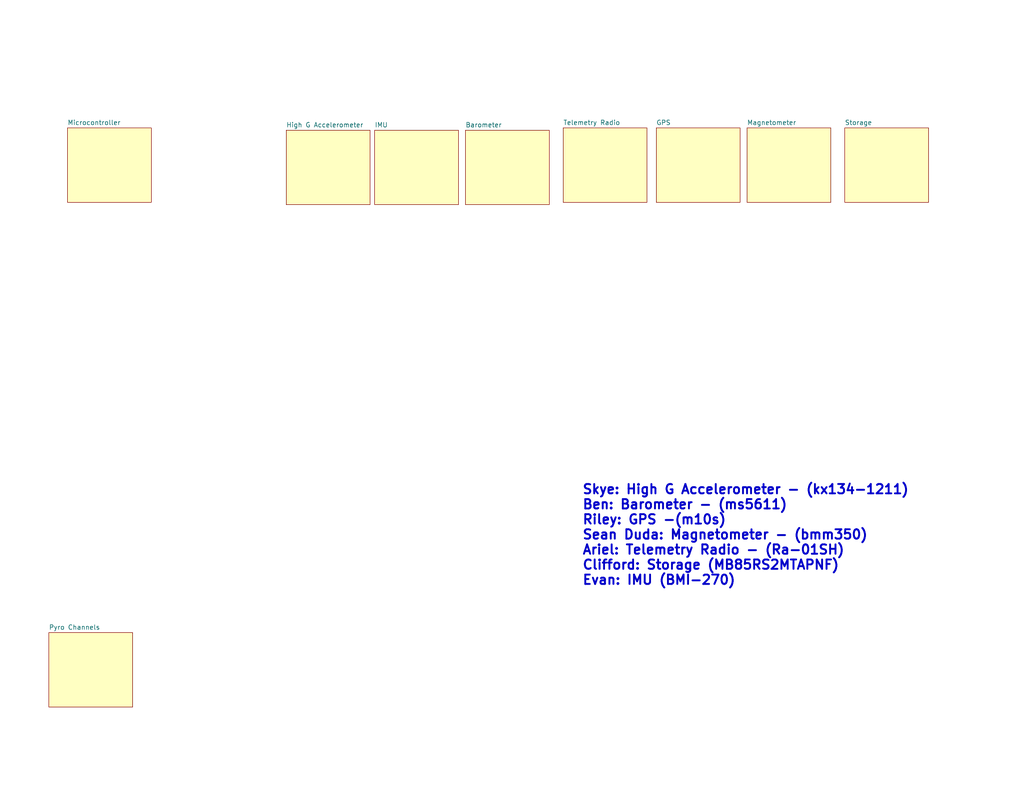
<source format=kicad_sch>
(kicad_sch (version 20230121) (generator eeschema)
  (paper "USLetter")
  (title_block (title "SRAD-FC") (date "2023-09-16") (company "Missouri S&T Rocket Design Team"))
  (lib_symbols)
  (text "Skye: High G Accelerometer - (kx134-1211)\nBen: Barometer - (ms5611)\nRiley: GPS -(m10s)\nSean Duda: Magnetometer - (bmm350)\nAriel: Telemetry Radio - (Ra-01SH)\nClifford: Storage (MB85RS2MTAPNF)\nEvan: IMU (BMI-270)\n" (at 158.75 160.02 0) (effects (font (size 2.56 2.56) (thickness 0.512) bold) (justify left bottom)))
  (sheet (at 127 35.56) (size 22.86 20.32) (stroke (width 0.1524)) (fill (color 255 255 194 1.0000))
    (property "Sheetname" "Barometer" (at 127 34.8484 0) (effects (justify left bottom)))
    (property "Sheetfile" "hierarchical_sheets/ms5611.kicad_sch" (effects hide))
  )
  (sheet (at 13.335 172.72) (size 22.86 20.32) (stroke (width 0.1524)) (fill (color 255 255 194 1.0000))
    (property "Sheetname" "Pyro Channels" (at 13.335 172.0084 0) (effects (justify left bottom)))
    (property "Sheetfile" "hierarchical_sheets/pyro_channel.kicad_sch" (effects hide))
  )
  (sheet (at 153.67 34.925) (size 22.86 20.32) (stroke (width 0.1524)) (fill (color 255 255 194 1.0000))
    (property "Sheetname" "Telemetry Radio" (at 153.67 34.2134 0) (effects (justify left bottom)))
    (property "Sheetfile" "hierarchical_sheets/ra-01sh.kicad_sch" (effects hide))
  )
  (sheet (at 203.835 34.925) (size 22.86 20.32) (stroke (width 0.1524)) (fill (color 255 255 194 1.0000))
    (property "Sheetname" "Magnetometer" (at 203.835 34.2134 0) (effects (justify left bottom)))
    (property "Sheetfile" "hierarchical_sheets/bmm-350.kicad_sch" (effects hide))
  )
  (sheet (at 102.235 35.56) (size 22.86 20.32) (stroke (width 0.1524)) (fill (color 255 255 194 1.0000))
    (property "Sheetname" "IMU" (at 102.235 34.8484 0) (effects (justify left bottom)))
    (property "Sheetfile" "hierarchical_sheets/bmi-270.kicad_sch" (effects hide))
  )
  (sheet (at 18.415 34.925) (size 22.86 20.32) (stroke (width 0.1524)) (fill (color 255 255 194 1.0000))
    (property "Sheetname" "Microcontroller" (at 18.415 34.2134 0) (effects (justify left bottom)))
    (property "Sheetfile" "hierarchical_sheets/atmega32u4.kicad_sch" (effects hide))
  )
  (sheet (at 78.105 35.56) (size 22.86 20.32) (stroke (width 0.1524)) (fill (color 255 255 194 1.0000))
    (property "Sheetname" "High G Accelerometer" (at 78.105 34.8484 0) (effects (justify left bottom)))
    (property "Sheetfile" "hierarchical_sheets/kx134-1211.kicad_sch" (effects hide))
  )
  (sheet (at 230.505 34.925) (size 22.86 20.32) (stroke (width 0.1524)) (fill (color 255 255 194 1.0000))
    (property "Sheetname" "Storage" (at 230.505 34.2134 0) (effects (justify left bottom)))
    (property "Sheetfile" "hierarchical_sheets/mb85rs2mtapnf.kicad_sch" (effects hide))
  )
  (sheet (at 179.07 34.925) (size 22.86 20.32) (stroke (width 0.1524)) (fill (color 255 255 194 1.0000))
    (property "Sheetname" "GPS" (at 179.07 34.2134 0) (effects (justify left bottom)))
    (property "Sheetfile" "hierarchical_sheets/m10s.kicad_sch" (effects hide))
  )
)
</source>
